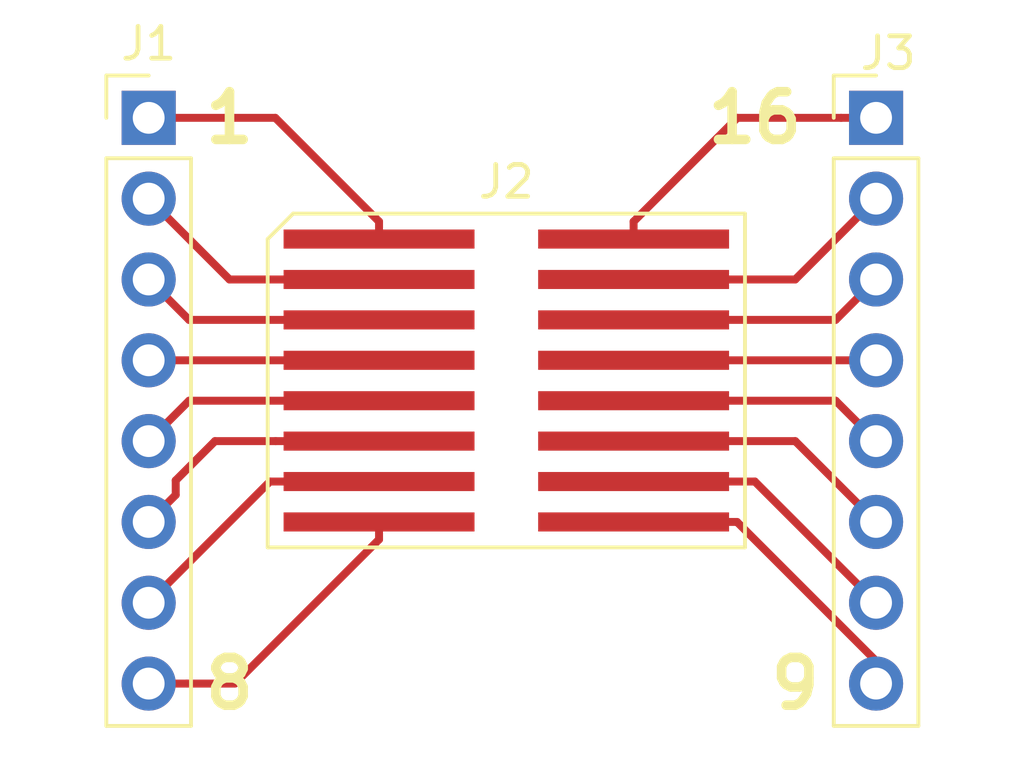
<source format=kicad_pcb>
(kicad_pcb (version 20171130) (host pcbnew 5.1.5+dfsg1-2build2)

  (general
    (thickness 1.6)
    (drawings 4)
    (tracks 39)
    (zones 0)
    (modules 3)
    (nets 17)
  )

  (page A4)
  (layers
    (0 F.Cu signal)
    (31 B.Cu signal)
    (32 B.Adhes user)
    (33 F.Adhes user)
    (34 B.Paste user)
    (35 F.Paste user)
    (36 B.SilkS user)
    (37 F.SilkS user)
    (38 B.Mask user)
    (39 F.Mask user)
    (40 Dwgs.User user)
    (41 Cmts.User user)
    (42 Eco1.User user)
    (43 Eco2.User user)
    (44 Edge.Cuts user)
    (45 Margin user)
    (46 B.CrtYd user)
    (47 F.CrtYd user)
    (48 B.Fab user)
    (49 F.Fab user)
  )

  (setup
    (last_trace_width 0.25)
    (trace_clearance 0.2)
    (zone_clearance 0.508)
    (zone_45_only no)
    (trace_min 0.2)
    (via_size 0.8)
    (via_drill 0.4)
    (via_min_size 0.4)
    (via_min_drill 0.3)
    (uvia_size 0.3)
    (uvia_drill 0.1)
    (uvias_allowed no)
    (uvia_min_size 0.2)
    (uvia_min_drill 0.1)
    (edge_width 0.05)
    (segment_width 0.2)
    (pcb_text_width 0.3)
    (pcb_text_size 1.5 1.5)
    (mod_edge_width 0.12)
    (mod_text_size 1 1)
    (mod_text_width 0.15)
    (pad_size 1.524 1.524)
    (pad_drill 0.762)
    (pad_to_mask_clearance 0.051)
    (solder_mask_min_width 0.25)
    (aux_axis_origin 0 0)
    (visible_elements FFFFFF7F)
    (pcbplotparams
      (layerselection 0x010fc_ffffffff)
      (usegerberextensions false)
      (usegerberattributes false)
      (usegerberadvancedattributes false)
      (creategerberjobfile false)
      (excludeedgelayer true)
      (linewidth 0.100000)
      (plotframeref false)
      (viasonmask false)
      (mode 1)
      (useauxorigin false)
      (hpglpennumber 1)
      (hpglpenspeed 20)
      (hpglpendiameter 15.000000)
      (psnegative false)
      (psa4output false)
      (plotreference true)
      (plotvalue true)
      (plotinvisibletext false)
      (padsonsilk false)
      (subtractmaskfromsilk false)
      (outputformat 1)
      (mirror false)
      (drillshape 1)
      (scaleselection 1)
      (outputdirectory ""))
  )

  (net 0 "")
  (net 1 "Net-(J1-Pad8)")
  (net 2 "Net-(J1-Pad7)")
  (net 3 "Net-(J1-Pad6)")
  (net 4 "Net-(J1-Pad5)")
  (net 5 "Net-(J1-Pad4)")
  (net 6 "Net-(J1-Pad3)")
  (net 7 "Net-(J1-Pad2)")
  (net 8 "Net-(J1-Pad1)")
  (net 9 "Net-(J2-Pad9)")
  (net 10 "Net-(J2-Pad10)")
  (net 11 "Net-(J2-Pad11)")
  (net 12 "Net-(J2-Pad12)")
  (net 13 "Net-(J2-Pad13)")
  (net 14 "Net-(J2-Pad14)")
  (net 15 "Net-(J2-Pad15)")
  (net 16 "Net-(J2-Pad16)")

  (net_class Default "Esta es la clase de red por defecto."
    (clearance 0.2)
    (trace_width 0.25)
    (via_dia 0.8)
    (via_drill 0.4)
    (uvia_dia 0.3)
    (uvia_drill 0.1)
    (add_net "Net-(J1-Pad1)")
    (add_net "Net-(J1-Pad2)")
    (add_net "Net-(J1-Pad3)")
    (add_net "Net-(J1-Pad4)")
    (add_net "Net-(J1-Pad5)")
    (add_net "Net-(J1-Pad6)")
    (add_net "Net-(J1-Pad7)")
    (add_net "Net-(J1-Pad8)")
    (add_net "Net-(J2-Pad10)")
    (add_net "Net-(J2-Pad11)")
    (add_net "Net-(J2-Pad12)")
    (add_net "Net-(J2-Pad13)")
    (add_net "Net-(J2-Pad14)")
    (add_net "Net-(J2-Pad15)")
    (add_net "Net-(J2-Pad16)")
    (add_net "Net-(J2-Pad9)")
  )

  (module Connector_PinHeader_2.54mm:PinHeader_1x08_P2.54mm_Vertical (layer F.Cu) (tedit 59FED5CC) (tstamp 604B73D1)
    (at 146.05 76.2)
    (descr "Through hole straight pin header, 1x08, 2.54mm pitch, single row")
    (tags "Through hole pin header THT 1x08 2.54mm single row")
    (path /60789E94)
    (fp_text reference J3 (at 0.381 -2.032) (layer F.SilkS)
      (effects (font (size 1 1) (thickness 0.15)))
    )
    (fp_text value Conn_01x08 (at 0 20.11) (layer F.Fab)
      (effects (font (size 1 1) (thickness 0.15)))
    )
    (fp_text user %R (at 0 8.89 90) (layer F.Fab)
      (effects (font (size 1 1) (thickness 0.15)))
    )
    (fp_line (start 1.8 -1.8) (end -1.8 -1.8) (layer F.CrtYd) (width 0.05))
    (fp_line (start 1.8 19.55) (end 1.8 -1.8) (layer F.CrtYd) (width 0.05))
    (fp_line (start -1.8 19.55) (end 1.8 19.55) (layer F.CrtYd) (width 0.05))
    (fp_line (start -1.8 -1.8) (end -1.8 19.55) (layer F.CrtYd) (width 0.05))
    (fp_line (start -1.33 -1.33) (end 0 -1.33) (layer F.SilkS) (width 0.12))
    (fp_line (start -1.33 0) (end -1.33 -1.33) (layer F.SilkS) (width 0.12))
    (fp_line (start -1.33 1.27) (end 1.33 1.27) (layer F.SilkS) (width 0.12))
    (fp_line (start 1.33 1.27) (end 1.33 19.11) (layer F.SilkS) (width 0.12))
    (fp_line (start -1.33 1.27) (end -1.33 19.11) (layer F.SilkS) (width 0.12))
    (fp_line (start -1.33 19.11) (end 1.33 19.11) (layer F.SilkS) (width 0.12))
    (fp_line (start -1.27 -0.635) (end -0.635 -1.27) (layer F.Fab) (width 0.1))
    (fp_line (start -1.27 19.05) (end -1.27 -0.635) (layer F.Fab) (width 0.1))
    (fp_line (start 1.27 19.05) (end -1.27 19.05) (layer F.Fab) (width 0.1))
    (fp_line (start 1.27 -1.27) (end 1.27 19.05) (layer F.Fab) (width 0.1))
    (fp_line (start -0.635 -1.27) (end 1.27 -1.27) (layer F.Fab) (width 0.1))
    (pad 8 thru_hole oval (at 0 17.78) (size 1.7 1.7) (drill 1) (layers *.Cu *.Mask)
      (net 9 "Net-(J2-Pad9)"))
    (pad 7 thru_hole oval (at 0 15.24) (size 1.7 1.7) (drill 1) (layers *.Cu *.Mask)
      (net 10 "Net-(J2-Pad10)"))
    (pad 6 thru_hole oval (at 0 12.7) (size 1.7 1.7) (drill 1) (layers *.Cu *.Mask)
      (net 11 "Net-(J2-Pad11)"))
    (pad 5 thru_hole oval (at 0 10.16) (size 1.7 1.7) (drill 1) (layers *.Cu *.Mask)
      (net 12 "Net-(J2-Pad12)"))
    (pad 4 thru_hole oval (at 0 7.62) (size 1.7 1.7) (drill 1) (layers *.Cu *.Mask)
      (net 13 "Net-(J2-Pad13)"))
    (pad 3 thru_hole oval (at 0 5.08) (size 1.7 1.7) (drill 1) (layers *.Cu *.Mask)
      (net 14 "Net-(J2-Pad14)"))
    (pad 2 thru_hole oval (at 0 2.54) (size 1.7 1.7) (drill 1) (layers *.Cu *.Mask)
      (net 15 "Net-(J2-Pad15)"))
    (pad 1 thru_hole rect (at 0 0) (size 1.7 1.7) (drill 1) (layers *.Cu *.Mask)
      (net 16 "Net-(J2-Pad16)"))
    (model ${KISYS3DMOD}/Connector_PinHeader_2.54mm.3dshapes/PinHeader_1x08_P2.54mm_Vertical.wrl
      (at (xyz 0 0 0))
      (scale (xyz 1 1 1))
      (rotate (xyz 0 0 0))
    )
  )

  (module open:SOIC-16 (layer F.Cu) (tedit 0) (tstamp 604B73B5)
    (at 134.43 84.455 270)
    (path /607879FD)
    (attr smd)
    (fp_text reference J2 (at -6.245 0) (layer F.SilkS)
      (effects (font (size 1 1) (thickness 0.15)))
    )
    (fp_text value Conn_02x08_Counter_Clockwise (at 0 0 90) (layer F.Fab)
      (effects (font (size 1 1) (thickness 0.15)))
    )
    (fp_line (start -5 7.25) (end -5 -7.25) (layer F.CrtYd) (width 0.05))
    (fp_line (start 5 7.25) (end -5 7.25) (layer F.CrtYd) (width 0.05))
    (fp_line (start 5 -7.25) (end 5 7.25) (layer F.CrtYd) (width 0.05))
    (fp_line (start -5 -7.25) (end 5 -7.25) (layer F.CrtYd) (width 0.05))
    (fp_line (start 5.245 7.5) (end -4.445 7.5) (layer F.SilkS) (width 0.12))
    (fp_line (start 5.245 -7.5) (end 5.245 7.5) (layer F.SilkS) (width 0.12))
    (fp_line (start -5.245 -7.5) (end 5.245 -7.5) (layer F.SilkS) (width 0.12))
    (fp_line (start -5.245 6.7) (end -5.245 -7.5) (layer F.SilkS) (width 0.12))
    (fp_line (start -4.445 7.5) (end -5.245 6.7) (layer F.SilkS) (width 0.12))
    (pad 8 smd rect (at 4.445 4 270) (size 0.6 6) (layers F.Cu F.Paste F.Mask)
      (net 1 "Net-(J1-Pad8)"))
    (pad 9 smd rect (at 4.445 -4 270) (size 0.6 6) (layers F.Cu F.Paste F.Mask)
      (net 9 "Net-(J2-Pad9)"))
    (pad 7 smd rect (at 3.175 4 270) (size 0.6 6) (layers F.Cu F.Paste F.Mask)
      (net 2 "Net-(J1-Pad7)"))
    (pad 10 smd rect (at 3.175 -4 270) (size 0.6 6) (layers F.Cu F.Paste F.Mask)
      (net 10 "Net-(J2-Pad10)"))
    (pad 6 smd rect (at 1.905 4 270) (size 0.6 6) (layers F.Cu F.Paste F.Mask)
      (net 3 "Net-(J1-Pad6)"))
    (pad 11 smd rect (at 1.905 -4 270) (size 0.6 6) (layers F.Cu F.Paste F.Mask)
      (net 11 "Net-(J2-Pad11)"))
    (pad 5 smd rect (at 0.635 4 270) (size 0.6 6) (layers F.Cu F.Paste F.Mask)
      (net 4 "Net-(J1-Pad5)"))
    (pad 12 smd rect (at 0.635 -4 270) (size 0.6 6) (layers F.Cu F.Paste F.Mask)
      (net 12 "Net-(J2-Pad12)"))
    (pad 4 smd rect (at -0.635 4 270) (size 0.6 6) (layers F.Cu F.Paste F.Mask)
      (net 5 "Net-(J1-Pad4)"))
    (pad 13 smd rect (at -0.635 -4 270) (size 0.6 6) (layers F.Cu F.Paste F.Mask)
      (net 13 "Net-(J2-Pad13)"))
    (pad 3 smd rect (at -1.905 4 270) (size 0.6 6) (layers F.Cu F.Paste F.Mask)
      (net 6 "Net-(J1-Pad3)"))
    (pad 14 smd rect (at -1.905 -4 270) (size 0.6 6) (layers F.Cu F.Paste F.Mask)
      (net 14 "Net-(J2-Pad14)"))
    (pad 2 smd rect (at -3.175 4 270) (size 0.6 6) (layers F.Cu F.Paste F.Mask)
      (net 7 "Net-(J1-Pad2)"))
    (pad 15 smd rect (at -3.175 -4 270) (size 0.6 6) (layers F.Cu F.Paste F.Mask)
      (net 15 "Net-(J2-Pad15)"))
    (pad 1 smd rect (at -4.445 4 270) (size 0.6 6) (layers F.Cu F.Paste F.Mask)
      (net 8 "Net-(J1-Pad1)"))
    (pad 16 smd rect (at -4.445 -4 270) (size 0.6 6) (layers F.Cu F.Paste F.Mask)
      (net 16 "Net-(J2-Pad16)"))
  )

  (module Connector_PinHeader_2.54mm:PinHeader_1x08_P2.54mm_Vertical (layer F.Cu) (tedit 59FED5CC) (tstamp 604B7398)
    (at 123.19 76.2)
    (descr "Through hole straight pin header, 1x08, 2.54mm pitch, single row")
    (tags "Through hole pin header THT 1x08 2.54mm single row")
    (path /6078A9A7)
    (fp_text reference J1 (at 0 -2.33) (layer F.SilkS)
      (effects (font (size 1 1) (thickness 0.15)))
    )
    (fp_text value Conn_01x08 (at 0 20.11) (layer F.Fab)
      (effects (font (size 1 1) (thickness 0.15)))
    )
    (fp_text user %R (at 0 8.89 90) (layer F.Fab)
      (effects (font (size 1 1) (thickness 0.15)))
    )
    (fp_line (start 1.8 -1.8) (end -1.8 -1.8) (layer F.CrtYd) (width 0.05))
    (fp_line (start 1.8 19.55) (end 1.8 -1.8) (layer F.CrtYd) (width 0.05))
    (fp_line (start -1.8 19.55) (end 1.8 19.55) (layer F.CrtYd) (width 0.05))
    (fp_line (start -1.8 -1.8) (end -1.8 19.55) (layer F.CrtYd) (width 0.05))
    (fp_line (start -1.33 -1.33) (end 0 -1.33) (layer F.SilkS) (width 0.12))
    (fp_line (start -1.33 0) (end -1.33 -1.33) (layer F.SilkS) (width 0.12))
    (fp_line (start -1.33 1.27) (end 1.33 1.27) (layer F.SilkS) (width 0.12))
    (fp_line (start 1.33 1.27) (end 1.33 19.11) (layer F.SilkS) (width 0.12))
    (fp_line (start -1.33 1.27) (end -1.33 19.11) (layer F.SilkS) (width 0.12))
    (fp_line (start -1.33 19.11) (end 1.33 19.11) (layer F.SilkS) (width 0.12))
    (fp_line (start -1.27 -0.635) (end -0.635 -1.27) (layer F.Fab) (width 0.1))
    (fp_line (start -1.27 19.05) (end -1.27 -0.635) (layer F.Fab) (width 0.1))
    (fp_line (start 1.27 19.05) (end -1.27 19.05) (layer F.Fab) (width 0.1))
    (fp_line (start 1.27 -1.27) (end 1.27 19.05) (layer F.Fab) (width 0.1))
    (fp_line (start -0.635 -1.27) (end 1.27 -1.27) (layer F.Fab) (width 0.1))
    (pad 8 thru_hole oval (at 0 17.78) (size 1.7 1.7) (drill 1) (layers *.Cu *.Mask)
      (net 1 "Net-(J1-Pad8)"))
    (pad 7 thru_hole oval (at 0 15.24) (size 1.7 1.7) (drill 1) (layers *.Cu *.Mask)
      (net 2 "Net-(J1-Pad7)"))
    (pad 6 thru_hole oval (at 0 12.7) (size 1.7 1.7) (drill 1) (layers *.Cu *.Mask)
      (net 3 "Net-(J1-Pad6)"))
    (pad 5 thru_hole oval (at 0 10.16) (size 1.7 1.7) (drill 1) (layers *.Cu *.Mask)
      (net 4 "Net-(J1-Pad5)"))
    (pad 4 thru_hole oval (at 0 7.62) (size 1.7 1.7) (drill 1) (layers *.Cu *.Mask)
      (net 5 "Net-(J1-Pad4)"))
    (pad 3 thru_hole oval (at 0 5.08) (size 1.7 1.7) (drill 1) (layers *.Cu *.Mask)
      (net 6 "Net-(J1-Pad3)"))
    (pad 2 thru_hole oval (at 0 2.54) (size 1.7 1.7) (drill 1) (layers *.Cu *.Mask)
      (net 7 "Net-(J1-Pad2)"))
    (pad 1 thru_hole rect (at 0 0) (size 1.7 1.7) (drill 1) (layers *.Cu *.Mask)
      (net 8 "Net-(J1-Pad1)"))
    (model ${KISYS3DMOD}/Connector_PinHeader_2.54mm.3dshapes/PinHeader_1x08_P2.54mm_Vertical.wrl
      (at (xyz 0 0 0))
      (scale (xyz 1 1 1))
      (rotate (xyz 0 0 0))
    )
  )

  (gr_text 16 (at 142.24 76.2) (layer F.SilkS) (tstamp 604B79D0)
    (effects (font (size 1.5 1.5) (thickness 0.3)))
  )
  (gr_text 9 (at 143.51 93.98) (layer F.SilkS) (tstamp 604B79C6)
    (effects (font (size 1.5 1.5) (thickness 0.3)))
  )
  (gr_text 8 (at 125.73 93.98) (layer F.SilkS) (tstamp 604B79C6)
    (effects (font (size 1.5 1.5) (thickness 0.3)))
  )
  (gr_text 1 (at 125.73 76.2) (layer F.SilkS)
    (effects (font (size 1.5 1.5) (thickness 0.3)))
  )

  (segment (start 124.392081 93.98) (end 123.19 93.98) (width 0.25) (layer F.Cu) (net 1))
  (segment (start 125.9 93.98) (end 124.392081 93.98) (width 0.25) (layer F.Cu) (net 1))
  (segment (start 130.43 89.45) (end 125.9 93.98) (width 0.25) (layer F.Cu) (net 1))
  (segment (start 130.43 88.9) (end 130.43 89.45) (width 0.25) (layer F.Cu) (net 1))
  (segment (start 127 87.63) (end 130.43 87.63) (width 0.25) (layer F.Cu) (net 2))
  (segment (start 123.19 91.44) (end 127 87.63) (width 0.25) (layer F.Cu) (net 2))
  (segment (start 125.274998 86.36) (end 127.18 86.36) (width 0.25) (layer F.Cu) (net 3))
  (segment (start 124.039999 87.594999) (end 125.274998 86.36) (width 0.25) (layer F.Cu) (net 3))
  (segment (start 127.18 86.36) (end 130.43 86.36) (width 0.25) (layer F.Cu) (net 3))
  (segment (start 124.039999 88.050001) (end 124.039999 87.594999) (width 0.25) (layer F.Cu) (net 3))
  (segment (start 123.19 88.9) (end 124.039999 88.050001) (width 0.25) (layer F.Cu) (net 3))
  (segment (start 124.46 85.09) (end 130.43 85.09) (width 0.25) (layer F.Cu) (net 4))
  (segment (start 123.19 86.36) (end 124.46 85.09) (width 0.25) (layer F.Cu) (net 4))
  (segment (start 123.19 83.82) (end 128.27 83.82) (width 0.25) (layer F.Cu) (net 5))
  (segment (start 124.46 82.55) (end 130.43 82.55) (width 0.25) (layer F.Cu) (net 6))
  (segment (start 123.19 81.28) (end 124.46 82.55) (width 0.25) (layer F.Cu) (net 6))
  (segment (start 125.73 81.28) (end 130.43 81.28) (width 0.25) (layer F.Cu) (net 7))
  (segment (start 123.19 78.74) (end 125.73 81.28) (width 0.25) (layer F.Cu) (net 7))
  (segment (start 130.43 79.46) (end 130.43 80.01) (width 0.25) (layer F.Cu) (net 8))
  (segment (start 127.17 76.2) (end 130.43 79.46) (width 0.25) (layer F.Cu) (net 8))
  (segment (start 123.19 76.2) (end 127.17 76.2) (width 0.25) (layer F.Cu) (net 8))
  (segment (start 146.05 93.27) (end 146.05 93.98) (width 0.25) (layer F.Cu) (net 9))
  (segment (start 141.68 88.9) (end 146.05 93.27) (width 0.25) (layer F.Cu) (net 9))
  (segment (start 138.43 88.9) (end 141.68 88.9) (width 0.25) (layer F.Cu) (net 9))
  (segment (start 142.24 87.63) (end 146.05 91.44) (width 0.25) (layer F.Cu) (net 10))
  (segment (start 138.43 87.63) (end 142.24 87.63) (width 0.25) (layer F.Cu) (net 10))
  (segment (start 143.51 86.36) (end 146.05 88.9) (width 0.25) (layer F.Cu) (net 11))
  (segment (start 138.43 86.36) (end 143.51 86.36) (width 0.25) (layer F.Cu) (net 11))
  (segment (start 144.78 85.09) (end 146.05 86.36) (width 0.25) (layer F.Cu) (net 12))
  (segment (start 138.43 85.09) (end 144.78 85.09) (width 0.25) (layer F.Cu) (net 12))
  (segment (start 138.43 83.82) (end 146.05 83.82) (width 0.25) (layer F.Cu) (net 13))
  (segment (start 144.78 82.55) (end 146.05 81.28) (width 0.25) (layer F.Cu) (net 14))
  (segment (start 138.43 82.55) (end 144.78 82.55) (width 0.25) (layer F.Cu) (net 14))
  (segment (start 143.51 81.28) (end 146.05 78.74) (width 0.25) (layer F.Cu) (net 15))
  (segment (start 138.43 81.28) (end 143.51 81.28) (width 0.25) (layer F.Cu) (net 15))
  (segment (start 144.95 76.2) (end 146.05 76.2) (width 0.25) (layer F.Cu) (net 16))
  (segment (start 141.69 76.2) (end 144.95 76.2) (width 0.25) (layer F.Cu) (net 16))
  (segment (start 138.43 79.46) (end 141.69 76.2) (width 0.25) (layer F.Cu) (net 16))
  (segment (start 138.43 80.01) (end 138.43 79.46) (width 0.25) (layer F.Cu) (net 16))

)

</source>
